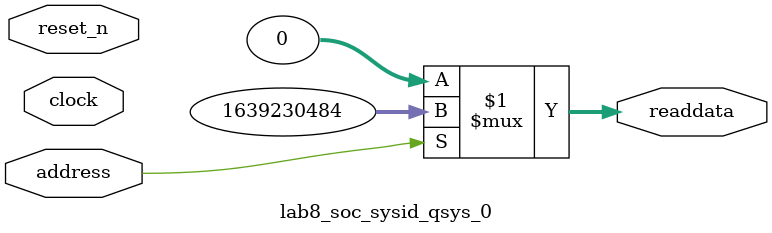
<source format=v>



// synthesis translate_off
`timescale 1ns / 1ps
// synthesis translate_on

// turn off superfluous verilog processor warnings 
// altera message_level Level1 
// altera message_off 10034 10035 10036 10037 10230 10240 10030 

module lab8_soc_sysid_qsys_0 (
               // inputs:
                address,
                clock,
                reset_n,

               // outputs:
                readdata
             )
;

  output  [ 31: 0] readdata;
  input            address;
  input            clock;
  input            reset_n;

  wire    [ 31: 0] readdata;
  //control_slave, which is an e_avalon_slave
  assign readdata = address ? 1639230484 : 0;

endmodule



</source>
